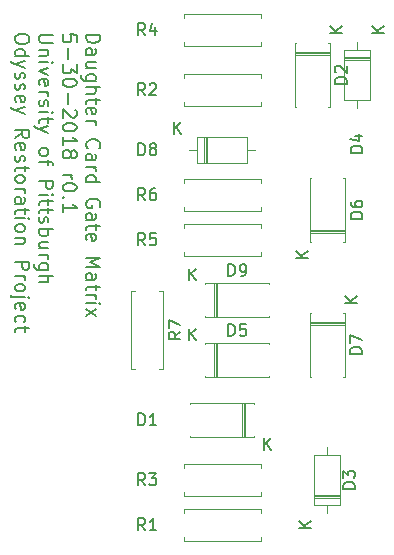
<source format=gto>
G04 #@! TF.GenerationSoftware,KiCad,Pcbnew,(2017-12-21 revision 23d71cfa9)-makepkg*
G04 #@! TF.CreationDate,2018-06-03T17:48:38-04:00*
G04 #@! TF.ProjectId,OdysseyDaughterCardGateMatrix,4F647973736579446175676874657243,0.1*
G04 #@! TF.SameCoordinates,Original*
G04 #@! TF.FileFunction,Legend,Top*
G04 #@! TF.FilePolarity,Positive*
%FSLAX46Y46*%
G04 Gerber Fmt 4.6, Leading zero omitted, Abs format (unit mm)*
G04 Created by KiCad (PCBNEW (2017-12-21 revision 23d71cfa9)-makepkg) date 06/03/18 17:48:38*
%MOMM*%
%LPD*%
G01*
G04 APERTURE LIST*
%ADD10C,0.200000*%
%ADD11C,0.120000*%
%ADD12C,0.150000*%
G04 APERTURE END LIST*
D10*
X131997142Y-80425714D02*
X133197142Y-80425714D01*
X133197142Y-80711428D01*
X133140000Y-80882857D01*
X133025714Y-80997142D01*
X132911428Y-81054285D01*
X132682857Y-81111428D01*
X132511428Y-81111428D01*
X132282857Y-81054285D01*
X132168571Y-80997142D01*
X132054285Y-80882857D01*
X131997142Y-80711428D01*
X131997142Y-80425714D01*
X131997142Y-82140000D02*
X132625714Y-82140000D01*
X132740000Y-82082857D01*
X132797142Y-81968571D01*
X132797142Y-81740000D01*
X132740000Y-81625714D01*
X132054285Y-82140000D02*
X131997142Y-82025714D01*
X131997142Y-81740000D01*
X132054285Y-81625714D01*
X132168571Y-81568571D01*
X132282857Y-81568571D01*
X132397142Y-81625714D01*
X132454285Y-81740000D01*
X132454285Y-82025714D01*
X132511428Y-82140000D01*
X132797142Y-83225714D02*
X131997142Y-83225714D01*
X132797142Y-82711428D02*
X132168571Y-82711428D01*
X132054285Y-82768571D01*
X131997142Y-82882857D01*
X131997142Y-83054285D01*
X132054285Y-83168571D01*
X132111428Y-83225714D01*
X132797142Y-84311428D02*
X131825714Y-84311428D01*
X131711428Y-84254285D01*
X131654285Y-84197142D01*
X131597142Y-84082857D01*
X131597142Y-83911428D01*
X131654285Y-83797142D01*
X132054285Y-84311428D02*
X131997142Y-84197142D01*
X131997142Y-83968571D01*
X132054285Y-83854285D01*
X132111428Y-83797142D01*
X132225714Y-83740000D01*
X132568571Y-83740000D01*
X132682857Y-83797142D01*
X132740000Y-83854285D01*
X132797142Y-83968571D01*
X132797142Y-84197142D01*
X132740000Y-84311428D01*
X131997142Y-84882857D02*
X133197142Y-84882857D01*
X131997142Y-85397142D02*
X132625714Y-85397142D01*
X132740000Y-85340000D01*
X132797142Y-85225714D01*
X132797142Y-85054285D01*
X132740000Y-84940000D01*
X132682857Y-84882857D01*
X132797142Y-85797142D02*
X132797142Y-86254285D01*
X133197142Y-85968571D02*
X132168571Y-85968571D01*
X132054285Y-86025714D01*
X131997142Y-86140000D01*
X131997142Y-86254285D01*
X132054285Y-87111428D02*
X131997142Y-86997142D01*
X131997142Y-86768571D01*
X132054285Y-86654285D01*
X132168571Y-86597142D01*
X132625714Y-86597142D01*
X132740000Y-86654285D01*
X132797142Y-86768571D01*
X132797142Y-86997142D01*
X132740000Y-87111428D01*
X132625714Y-87168571D01*
X132511428Y-87168571D01*
X132397142Y-86597142D01*
X131997142Y-87682857D02*
X132797142Y-87682857D01*
X132568571Y-87682857D02*
X132682857Y-87740000D01*
X132740000Y-87797142D01*
X132797142Y-87911428D01*
X132797142Y-88025714D01*
X132111428Y-90025714D02*
X132054285Y-89968571D01*
X131997142Y-89797142D01*
X131997142Y-89682857D01*
X132054285Y-89511428D01*
X132168571Y-89397142D01*
X132282857Y-89340000D01*
X132511428Y-89282857D01*
X132682857Y-89282857D01*
X132911428Y-89340000D01*
X133025714Y-89397142D01*
X133140000Y-89511428D01*
X133197142Y-89682857D01*
X133197142Y-89797142D01*
X133140000Y-89968571D01*
X133082857Y-90025714D01*
X131997142Y-91054285D02*
X132625714Y-91054285D01*
X132740000Y-90997142D01*
X132797142Y-90882857D01*
X132797142Y-90654285D01*
X132740000Y-90540000D01*
X132054285Y-91054285D02*
X131997142Y-90940000D01*
X131997142Y-90654285D01*
X132054285Y-90540000D01*
X132168571Y-90482857D01*
X132282857Y-90482857D01*
X132397142Y-90540000D01*
X132454285Y-90654285D01*
X132454285Y-90940000D01*
X132511428Y-91054285D01*
X131997142Y-91625714D02*
X132797142Y-91625714D01*
X132568571Y-91625714D02*
X132682857Y-91682857D01*
X132740000Y-91740000D01*
X132797142Y-91854285D01*
X132797142Y-91968571D01*
X131997142Y-92882857D02*
X133197142Y-92882857D01*
X132054285Y-92882857D02*
X131997142Y-92768571D01*
X131997142Y-92540000D01*
X132054285Y-92425714D01*
X132111428Y-92368571D01*
X132225714Y-92311428D01*
X132568571Y-92311428D01*
X132682857Y-92368571D01*
X132740000Y-92425714D01*
X132797142Y-92540000D01*
X132797142Y-92768571D01*
X132740000Y-92882857D01*
X133140000Y-94997142D02*
X133197142Y-94882857D01*
X133197142Y-94711428D01*
X133140000Y-94540000D01*
X133025714Y-94425714D01*
X132911428Y-94368571D01*
X132682857Y-94311428D01*
X132511428Y-94311428D01*
X132282857Y-94368571D01*
X132168571Y-94425714D01*
X132054285Y-94540000D01*
X131997142Y-94711428D01*
X131997142Y-94825714D01*
X132054285Y-94997142D01*
X132111428Y-95054285D01*
X132511428Y-95054285D01*
X132511428Y-94825714D01*
X131997142Y-96082857D02*
X132625714Y-96082857D01*
X132740000Y-96025714D01*
X132797142Y-95911428D01*
X132797142Y-95682857D01*
X132740000Y-95568571D01*
X132054285Y-96082857D02*
X131997142Y-95968571D01*
X131997142Y-95682857D01*
X132054285Y-95568571D01*
X132168571Y-95511428D01*
X132282857Y-95511428D01*
X132397142Y-95568571D01*
X132454285Y-95682857D01*
X132454285Y-95968571D01*
X132511428Y-96082857D01*
X132797142Y-96482857D02*
X132797142Y-96940000D01*
X133197142Y-96654285D02*
X132168571Y-96654285D01*
X132054285Y-96711428D01*
X131997142Y-96825714D01*
X131997142Y-96940000D01*
X132054285Y-97797142D02*
X131997142Y-97682857D01*
X131997142Y-97454285D01*
X132054285Y-97340000D01*
X132168571Y-97282857D01*
X132625714Y-97282857D01*
X132740000Y-97340000D01*
X132797142Y-97454285D01*
X132797142Y-97682857D01*
X132740000Y-97797142D01*
X132625714Y-97854285D01*
X132511428Y-97854285D01*
X132397142Y-97282857D01*
X131997142Y-99282857D02*
X133197142Y-99282857D01*
X132340000Y-99682857D01*
X133197142Y-100082857D01*
X131997142Y-100082857D01*
X131997142Y-101168571D02*
X132625714Y-101168571D01*
X132740000Y-101111428D01*
X132797142Y-100997142D01*
X132797142Y-100768571D01*
X132740000Y-100654285D01*
X132054285Y-101168571D02*
X131997142Y-101054285D01*
X131997142Y-100768571D01*
X132054285Y-100654285D01*
X132168571Y-100597142D01*
X132282857Y-100597142D01*
X132397142Y-100654285D01*
X132454285Y-100768571D01*
X132454285Y-101054285D01*
X132511428Y-101168571D01*
X132797142Y-101568571D02*
X132797142Y-102025714D01*
X133197142Y-101740000D02*
X132168571Y-101740000D01*
X132054285Y-101797142D01*
X131997142Y-101911428D01*
X131997142Y-102025714D01*
X131997142Y-102425714D02*
X132797142Y-102425714D01*
X132568571Y-102425714D02*
X132682857Y-102482857D01*
X132740000Y-102540000D01*
X132797142Y-102654285D01*
X132797142Y-102768571D01*
X131997142Y-103168571D02*
X132797142Y-103168571D01*
X133197142Y-103168571D02*
X133140000Y-103111428D01*
X133082857Y-103168571D01*
X133140000Y-103225714D01*
X133197142Y-103168571D01*
X133082857Y-103168571D01*
X131997142Y-103625714D02*
X132797142Y-104254285D01*
X132797142Y-103625714D02*
X131997142Y-104254285D01*
X131197142Y-80997142D02*
X131197142Y-80425714D01*
X130625714Y-80368571D01*
X130682857Y-80425714D01*
X130740000Y-80540000D01*
X130740000Y-80825714D01*
X130682857Y-80940000D01*
X130625714Y-80997142D01*
X130511428Y-81054285D01*
X130225714Y-81054285D01*
X130111428Y-80997142D01*
X130054285Y-80940000D01*
X129997142Y-80825714D01*
X129997142Y-80540000D01*
X130054285Y-80425714D01*
X130111428Y-80368571D01*
X130454285Y-81568571D02*
X130454285Y-82482857D01*
X131197142Y-82940000D02*
X131197142Y-83682857D01*
X130740000Y-83282857D01*
X130740000Y-83454285D01*
X130682857Y-83568571D01*
X130625714Y-83625714D01*
X130511428Y-83682857D01*
X130225714Y-83682857D01*
X130111428Y-83625714D01*
X130054285Y-83568571D01*
X129997142Y-83454285D01*
X129997142Y-83111428D01*
X130054285Y-82997142D01*
X130111428Y-82940000D01*
X131197142Y-84425714D02*
X131197142Y-84540000D01*
X131140000Y-84654285D01*
X131082857Y-84711428D01*
X130968571Y-84768571D01*
X130740000Y-84825714D01*
X130454285Y-84825714D01*
X130225714Y-84768571D01*
X130111428Y-84711428D01*
X130054285Y-84654285D01*
X129997142Y-84540000D01*
X129997142Y-84425714D01*
X130054285Y-84311428D01*
X130111428Y-84254285D01*
X130225714Y-84197142D01*
X130454285Y-84140000D01*
X130740000Y-84140000D01*
X130968571Y-84197142D01*
X131082857Y-84254285D01*
X131140000Y-84311428D01*
X131197142Y-84425714D01*
X130454285Y-85340000D02*
X130454285Y-86254285D01*
X131082857Y-86768571D02*
X131140000Y-86825714D01*
X131197142Y-86940000D01*
X131197142Y-87225714D01*
X131140000Y-87340000D01*
X131082857Y-87397142D01*
X130968571Y-87454285D01*
X130854285Y-87454285D01*
X130682857Y-87397142D01*
X129997142Y-86711428D01*
X129997142Y-87454285D01*
X131197142Y-88197142D02*
X131197142Y-88311428D01*
X131140000Y-88425714D01*
X131082857Y-88482857D01*
X130968571Y-88540000D01*
X130740000Y-88597142D01*
X130454285Y-88597142D01*
X130225714Y-88540000D01*
X130111428Y-88482857D01*
X130054285Y-88425714D01*
X129997142Y-88311428D01*
X129997142Y-88197142D01*
X130054285Y-88082857D01*
X130111428Y-88025714D01*
X130225714Y-87968571D01*
X130454285Y-87911428D01*
X130740000Y-87911428D01*
X130968571Y-87968571D01*
X131082857Y-88025714D01*
X131140000Y-88082857D01*
X131197142Y-88197142D01*
X129997142Y-89740000D02*
X129997142Y-89054285D01*
X129997142Y-89397142D02*
X131197142Y-89397142D01*
X131025714Y-89282857D01*
X130911428Y-89168571D01*
X130854285Y-89054285D01*
X130682857Y-90425714D02*
X130740000Y-90311428D01*
X130797142Y-90254285D01*
X130911428Y-90197142D01*
X130968571Y-90197142D01*
X131082857Y-90254285D01*
X131140000Y-90311428D01*
X131197142Y-90425714D01*
X131197142Y-90654285D01*
X131140000Y-90768571D01*
X131082857Y-90825714D01*
X130968571Y-90882857D01*
X130911428Y-90882857D01*
X130797142Y-90825714D01*
X130740000Y-90768571D01*
X130682857Y-90654285D01*
X130682857Y-90425714D01*
X130625714Y-90311428D01*
X130568571Y-90254285D01*
X130454285Y-90197142D01*
X130225714Y-90197142D01*
X130111428Y-90254285D01*
X130054285Y-90311428D01*
X129997142Y-90425714D01*
X129997142Y-90654285D01*
X130054285Y-90768571D01*
X130111428Y-90825714D01*
X130225714Y-90882857D01*
X130454285Y-90882857D01*
X130568571Y-90825714D01*
X130625714Y-90768571D01*
X130682857Y-90654285D01*
X129997142Y-92311428D02*
X130797142Y-92311428D01*
X130568571Y-92311428D02*
X130682857Y-92368571D01*
X130740000Y-92425714D01*
X130797142Y-92540000D01*
X130797142Y-92654285D01*
X131197142Y-93282857D02*
X131197142Y-93397142D01*
X131140000Y-93511428D01*
X131082857Y-93568571D01*
X130968571Y-93625714D01*
X130740000Y-93682857D01*
X130454285Y-93682857D01*
X130225714Y-93625714D01*
X130111428Y-93568571D01*
X130054285Y-93511428D01*
X129997142Y-93397142D01*
X129997142Y-93282857D01*
X130054285Y-93168571D01*
X130111428Y-93111428D01*
X130225714Y-93054285D01*
X130454285Y-92997142D01*
X130740000Y-92997142D01*
X130968571Y-93054285D01*
X131082857Y-93111428D01*
X131140000Y-93168571D01*
X131197142Y-93282857D01*
X130111428Y-94197142D02*
X130054285Y-94254285D01*
X129997142Y-94197142D01*
X130054285Y-94140000D01*
X130111428Y-94197142D01*
X129997142Y-94197142D01*
X129997142Y-95397142D02*
X129997142Y-94711428D01*
X129997142Y-95054285D02*
X131197142Y-95054285D01*
X131025714Y-94940000D01*
X130911428Y-94825714D01*
X130854285Y-94711428D01*
X129197142Y-80425714D02*
X128225714Y-80425714D01*
X128111428Y-80482857D01*
X128054285Y-80540000D01*
X127997142Y-80654285D01*
X127997142Y-80882857D01*
X128054285Y-80997142D01*
X128111428Y-81054285D01*
X128225714Y-81111428D01*
X129197142Y-81111428D01*
X128797142Y-81682857D02*
X127997142Y-81682857D01*
X128682857Y-81682857D02*
X128740000Y-81740000D01*
X128797142Y-81854285D01*
X128797142Y-82025714D01*
X128740000Y-82140000D01*
X128625714Y-82197142D01*
X127997142Y-82197142D01*
X127997142Y-82768571D02*
X128797142Y-82768571D01*
X129197142Y-82768571D02*
X129140000Y-82711428D01*
X129082857Y-82768571D01*
X129140000Y-82825714D01*
X129197142Y-82768571D01*
X129082857Y-82768571D01*
X128797142Y-83225714D02*
X127997142Y-83511428D01*
X128797142Y-83797142D01*
X128054285Y-84711428D02*
X127997142Y-84597142D01*
X127997142Y-84368571D01*
X128054285Y-84254285D01*
X128168571Y-84197142D01*
X128625714Y-84197142D01*
X128740000Y-84254285D01*
X128797142Y-84368571D01*
X128797142Y-84597142D01*
X128740000Y-84711428D01*
X128625714Y-84768571D01*
X128511428Y-84768571D01*
X128397142Y-84197142D01*
X127997142Y-85282857D02*
X128797142Y-85282857D01*
X128568571Y-85282857D02*
X128682857Y-85340000D01*
X128740000Y-85397142D01*
X128797142Y-85511428D01*
X128797142Y-85625714D01*
X128054285Y-85968571D02*
X127997142Y-86082857D01*
X127997142Y-86311428D01*
X128054285Y-86425714D01*
X128168571Y-86482857D01*
X128225714Y-86482857D01*
X128340000Y-86425714D01*
X128397142Y-86311428D01*
X128397142Y-86140000D01*
X128454285Y-86025714D01*
X128568571Y-85968571D01*
X128625714Y-85968571D01*
X128740000Y-86025714D01*
X128797142Y-86140000D01*
X128797142Y-86311428D01*
X128740000Y-86425714D01*
X127997142Y-86997142D02*
X128797142Y-86997142D01*
X129197142Y-86997142D02*
X129140000Y-86940000D01*
X129082857Y-86997142D01*
X129140000Y-87054285D01*
X129197142Y-86997142D01*
X129082857Y-86997142D01*
X128797142Y-87397142D02*
X128797142Y-87854285D01*
X129197142Y-87568571D02*
X128168571Y-87568571D01*
X128054285Y-87625714D01*
X127997142Y-87740000D01*
X127997142Y-87854285D01*
X128797142Y-88140000D02*
X127997142Y-88425714D01*
X128797142Y-88711428D02*
X127997142Y-88425714D01*
X127711428Y-88311428D01*
X127654285Y-88254285D01*
X127597142Y-88140000D01*
X127997142Y-90254285D02*
X128054285Y-90140000D01*
X128111428Y-90082857D01*
X128225714Y-90025714D01*
X128568571Y-90025714D01*
X128682857Y-90082857D01*
X128740000Y-90140000D01*
X128797142Y-90254285D01*
X128797142Y-90425714D01*
X128740000Y-90540000D01*
X128682857Y-90597142D01*
X128568571Y-90654285D01*
X128225714Y-90654285D01*
X128111428Y-90597142D01*
X128054285Y-90540000D01*
X127997142Y-90425714D01*
X127997142Y-90254285D01*
X128797142Y-90997142D02*
X128797142Y-91454285D01*
X127997142Y-91168571D02*
X129025714Y-91168571D01*
X129140000Y-91225714D01*
X129197142Y-91340000D01*
X129197142Y-91454285D01*
X127997142Y-92768571D02*
X129197142Y-92768571D01*
X129197142Y-93225714D01*
X129140000Y-93340000D01*
X129082857Y-93397142D01*
X128968571Y-93454285D01*
X128797142Y-93454285D01*
X128682857Y-93397142D01*
X128625714Y-93340000D01*
X128568571Y-93225714D01*
X128568571Y-92768571D01*
X127997142Y-93968571D02*
X128797142Y-93968571D01*
X129197142Y-93968571D02*
X129140000Y-93911428D01*
X129082857Y-93968571D01*
X129140000Y-94025714D01*
X129197142Y-93968571D01*
X129082857Y-93968571D01*
X128797142Y-94368571D02*
X128797142Y-94825714D01*
X129197142Y-94540000D02*
X128168571Y-94540000D01*
X128054285Y-94597142D01*
X127997142Y-94711428D01*
X127997142Y-94825714D01*
X128797142Y-95054285D02*
X128797142Y-95511428D01*
X129197142Y-95225714D02*
X128168571Y-95225714D01*
X128054285Y-95282857D01*
X127997142Y-95397142D01*
X127997142Y-95511428D01*
X128054285Y-95854285D02*
X127997142Y-95968571D01*
X127997142Y-96197142D01*
X128054285Y-96311428D01*
X128168571Y-96368571D01*
X128225714Y-96368571D01*
X128340000Y-96311428D01*
X128397142Y-96197142D01*
X128397142Y-96025714D01*
X128454285Y-95911428D01*
X128568571Y-95854285D01*
X128625714Y-95854285D01*
X128740000Y-95911428D01*
X128797142Y-96025714D01*
X128797142Y-96197142D01*
X128740000Y-96311428D01*
X127997142Y-96882857D02*
X129197142Y-96882857D01*
X128740000Y-96882857D02*
X128797142Y-96997142D01*
X128797142Y-97225714D01*
X128740000Y-97340000D01*
X128682857Y-97397142D01*
X128568571Y-97454285D01*
X128225714Y-97454285D01*
X128111428Y-97397142D01*
X128054285Y-97340000D01*
X127997142Y-97225714D01*
X127997142Y-96997142D01*
X128054285Y-96882857D01*
X128797142Y-98482857D02*
X127997142Y-98482857D01*
X128797142Y-97968571D02*
X128168571Y-97968571D01*
X128054285Y-98025714D01*
X127997142Y-98140000D01*
X127997142Y-98311428D01*
X128054285Y-98425714D01*
X128111428Y-98482857D01*
X127997142Y-99054285D02*
X128797142Y-99054285D01*
X128568571Y-99054285D02*
X128682857Y-99111428D01*
X128740000Y-99168571D01*
X128797142Y-99282857D01*
X128797142Y-99397142D01*
X128797142Y-100311428D02*
X127825714Y-100311428D01*
X127711428Y-100254285D01*
X127654285Y-100197142D01*
X127597142Y-100082857D01*
X127597142Y-99911428D01*
X127654285Y-99797142D01*
X128054285Y-100311428D02*
X127997142Y-100197142D01*
X127997142Y-99968571D01*
X128054285Y-99854285D01*
X128111428Y-99797142D01*
X128225714Y-99740000D01*
X128568571Y-99740000D01*
X128682857Y-99797142D01*
X128740000Y-99854285D01*
X128797142Y-99968571D01*
X128797142Y-100197142D01*
X128740000Y-100311428D01*
X127997142Y-100882857D02*
X129197142Y-100882857D01*
X127997142Y-101397142D02*
X128625714Y-101397142D01*
X128740000Y-101340000D01*
X128797142Y-101225714D01*
X128797142Y-101054285D01*
X128740000Y-100940000D01*
X128682857Y-100882857D01*
X127197142Y-80654285D02*
X127197142Y-80882857D01*
X127140000Y-80997142D01*
X127025714Y-81111428D01*
X126797142Y-81168571D01*
X126397142Y-81168571D01*
X126168571Y-81111428D01*
X126054285Y-80997142D01*
X125997142Y-80882857D01*
X125997142Y-80654285D01*
X126054285Y-80540000D01*
X126168571Y-80425714D01*
X126397142Y-80368571D01*
X126797142Y-80368571D01*
X127025714Y-80425714D01*
X127140000Y-80540000D01*
X127197142Y-80654285D01*
X125997142Y-82197142D02*
X127197142Y-82197142D01*
X126054285Y-82197142D02*
X125997142Y-82082857D01*
X125997142Y-81854285D01*
X126054285Y-81740000D01*
X126111428Y-81682857D01*
X126225714Y-81625714D01*
X126568571Y-81625714D01*
X126682857Y-81682857D01*
X126740000Y-81740000D01*
X126797142Y-81854285D01*
X126797142Y-82082857D01*
X126740000Y-82197142D01*
X126797142Y-82654285D02*
X125997142Y-82940000D01*
X126797142Y-83225714D02*
X125997142Y-82940000D01*
X125711428Y-82825714D01*
X125654285Y-82768571D01*
X125597142Y-82654285D01*
X126054285Y-83625714D02*
X125997142Y-83740000D01*
X125997142Y-83968571D01*
X126054285Y-84082857D01*
X126168571Y-84140000D01*
X126225714Y-84140000D01*
X126340000Y-84082857D01*
X126397142Y-83968571D01*
X126397142Y-83797142D01*
X126454285Y-83682857D01*
X126568571Y-83625714D01*
X126625714Y-83625714D01*
X126740000Y-83682857D01*
X126797142Y-83797142D01*
X126797142Y-83968571D01*
X126740000Y-84082857D01*
X126054285Y-84597142D02*
X125997142Y-84711428D01*
X125997142Y-84940000D01*
X126054285Y-85054285D01*
X126168571Y-85111428D01*
X126225714Y-85111428D01*
X126340000Y-85054285D01*
X126397142Y-84940000D01*
X126397142Y-84768571D01*
X126454285Y-84654285D01*
X126568571Y-84597142D01*
X126625714Y-84597142D01*
X126740000Y-84654285D01*
X126797142Y-84768571D01*
X126797142Y-84940000D01*
X126740000Y-85054285D01*
X126054285Y-86082857D02*
X125997142Y-85968571D01*
X125997142Y-85740000D01*
X126054285Y-85625714D01*
X126168571Y-85568571D01*
X126625714Y-85568571D01*
X126740000Y-85625714D01*
X126797142Y-85740000D01*
X126797142Y-85968571D01*
X126740000Y-86082857D01*
X126625714Y-86140000D01*
X126511428Y-86140000D01*
X126397142Y-85568571D01*
X126797142Y-86540000D02*
X125997142Y-86825714D01*
X126797142Y-87111428D02*
X125997142Y-86825714D01*
X125711428Y-86711428D01*
X125654285Y-86654285D01*
X125597142Y-86540000D01*
X125997142Y-89168571D02*
X126568571Y-88768571D01*
X125997142Y-88482857D02*
X127197142Y-88482857D01*
X127197142Y-88940000D01*
X127140000Y-89054285D01*
X127082857Y-89111428D01*
X126968571Y-89168571D01*
X126797142Y-89168571D01*
X126682857Y-89111428D01*
X126625714Y-89054285D01*
X126568571Y-88940000D01*
X126568571Y-88482857D01*
X126054285Y-90140000D02*
X125997142Y-90025714D01*
X125997142Y-89797142D01*
X126054285Y-89682857D01*
X126168571Y-89625714D01*
X126625714Y-89625714D01*
X126740000Y-89682857D01*
X126797142Y-89797142D01*
X126797142Y-90025714D01*
X126740000Y-90140000D01*
X126625714Y-90197142D01*
X126511428Y-90197142D01*
X126397142Y-89625714D01*
X126054285Y-90654285D02*
X125997142Y-90768571D01*
X125997142Y-90997142D01*
X126054285Y-91111428D01*
X126168571Y-91168571D01*
X126225714Y-91168571D01*
X126340000Y-91111428D01*
X126397142Y-90997142D01*
X126397142Y-90825714D01*
X126454285Y-90711428D01*
X126568571Y-90654285D01*
X126625714Y-90654285D01*
X126740000Y-90711428D01*
X126797142Y-90825714D01*
X126797142Y-90997142D01*
X126740000Y-91111428D01*
X126797142Y-91511428D02*
X126797142Y-91968571D01*
X127197142Y-91682857D02*
X126168571Y-91682857D01*
X126054285Y-91740000D01*
X125997142Y-91854285D01*
X125997142Y-91968571D01*
X125997142Y-92540000D02*
X126054285Y-92425714D01*
X126111428Y-92368571D01*
X126225714Y-92311428D01*
X126568571Y-92311428D01*
X126682857Y-92368571D01*
X126740000Y-92425714D01*
X126797142Y-92540000D01*
X126797142Y-92711428D01*
X126740000Y-92825714D01*
X126682857Y-92882857D01*
X126568571Y-92940000D01*
X126225714Y-92940000D01*
X126111428Y-92882857D01*
X126054285Y-92825714D01*
X125997142Y-92711428D01*
X125997142Y-92540000D01*
X125997142Y-93454285D02*
X126797142Y-93454285D01*
X126568571Y-93454285D02*
X126682857Y-93511428D01*
X126740000Y-93568571D01*
X126797142Y-93682857D01*
X126797142Y-93797142D01*
X125997142Y-94711428D02*
X126625714Y-94711428D01*
X126740000Y-94654285D01*
X126797142Y-94540000D01*
X126797142Y-94311428D01*
X126740000Y-94197142D01*
X126054285Y-94711428D02*
X125997142Y-94597142D01*
X125997142Y-94311428D01*
X126054285Y-94197142D01*
X126168571Y-94140000D01*
X126282857Y-94140000D01*
X126397142Y-94197142D01*
X126454285Y-94311428D01*
X126454285Y-94597142D01*
X126511428Y-94711428D01*
X126797142Y-95111428D02*
X126797142Y-95568571D01*
X127197142Y-95282857D02*
X126168571Y-95282857D01*
X126054285Y-95340000D01*
X125997142Y-95454285D01*
X125997142Y-95568571D01*
X125997142Y-95968571D02*
X126797142Y-95968571D01*
X127197142Y-95968571D02*
X127140000Y-95911428D01*
X127082857Y-95968571D01*
X127140000Y-96025714D01*
X127197142Y-95968571D01*
X127082857Y-95968571D01*
X125997142Y-96711428D02*
X126054285Y-96597142D01*
X126111428Y-96540000D01*
X126225714Y-96482857D01*
X126568571Y-96482857D01*
X126682857Y-96540000D01*
X126740000Y-96597142D01*
X126797142Y-96711428D01*
X126797142Y-96882857D01*
X126740000Y-96997142D01*
X126682857Y-97054285D01*
X126568571Y-97111428D01*
X126225714Y-97111428D01*
X126111428Y-97054285D01*
X126054285Y-96997142D01*
X125997142Y-96882857D01*
X125997142Y-96711428D01*
X126797142Y-97625714D02*
X125997142Y-97625714D01*
X126682857Y-97625714D02*
X126740000Y-97682857D01*
X126797142Y-97797142D01*
X126797142Y-97968571D01*
X126740000Y-98082857D01*
X126625714Y-98140000D01*
X125997142Y-98140000D01*
X125997142Y-99625714D02*
X127197142Y-99625714D01*
X127197142Y-100082857D01*
X127140000Y-100197142D01*
X127082857Y-100254285D01*
X126968571Y-100311428D01*
X126797142Y-100311428D01*
X126682857Y-100254285D01*
X126625714Y-100197142D01*
X126568571Y-100082857D01*
X126568571Y-99625714D01*
X125997142Y-100825714D02*
X126797142Y-100825714D01*
X126568571Y-100825714D02*
X126682857Y-100882857D01*
X126740000Y-100940000D01*
X126797142Y-101054285D01*
X126797142Y-101168571D01*
X125997142Y-101740000D02*
X126054285Y-101625714D01*
X126111428Y-101568571D01*
X126225714Y-101511428D01*
X126568571Y-101511428D01*
X126682857Y-101568571D01*
X126740000Y-101625714D01*
X126797142Y-101740000D01*
X126797142Y-101911428D01*
X126740000Y-102025714D01*
X126682857Y-102082857D01*
X126568571Y-102140000D01*
X126225714Y-102140000D01*
X126111428Y-102082857D01*
X126054285Y-102025714D01*
X125997142Y-101911428D01*
X125997142Y-101740000D01*
X126797142Y-102654285D02*
X125768571Y-102654285D01*
X125654285Y-102597142D01*
X125597142Y-102482857D01*
X125597142Y-102425714D01*
X127197142Y-102654285D02*
X127140000Y-102597142D01*
X127082857Y-102654285D01*
X127140000Y-102711428D01*
X127197142Y-102654285D01*
X127082857Y-102654285D01*
X126054285Y-103682857D02*
X125997142Y-103568571D01*
X125997142Y-103340000D01*
X126054285Y-103225714D01*
X126168571Y-103168571D01*
X126625714Y-103168571D01*
X126740000Y-103225714D01*
X126797142Y-103340000D01*
X126797142Y-103568571D01*
X126740000Y-103682857D01*
X126625714Y-103740000D01*
X126511428Y-103740000D01*
X126397142Y-103168571D01*
X126054285Y-104768571D02*
X125997142Y-104654285D01*
X125997142Y-104425714D01*
X126054285Y-104311428D01*
X126111428Y-104254285D01*
X126225714Y-104197142D01*
X126568571Y-104197142D01*
X126682857Y-104254285D01*
X126740000Y-104311428D01*
X126797142Y-104425714D01*
X126797142Y-104654285D01*
X126740000Y-104768571D01*
X126797142Y-105111428D02*
X126797142Y-105568571D01*
X127197142Y-105282857D02*
X126168571Y-105282857D01*
X126054285Y-105340000D01*
X125997142Y-105454285D01*
X125997142Y-105568571D01*
D11*
X146230000Y-114370000D02*
X146230000Y-114500000D01*
X146230000Y-114500000D02*
X140790000Y-114500000D01*
X140790000Y-114500000D02*
X140790000Y-114370000D01*
X146230000Y-111690000D02*
X146230000Y-111560000D01*
X146230000Y-111560000D02*
X140790000Y-111560000D01*
X140790000Y-111560000D02*
X140790000Y-111690000D01*
X145330000Y-114500000D02*
X145330000Y-111560000D01*
X145210000Y-114500000D02*
X145210000Y-111560000D01*
X145450000Y-114500000D02*
X145450000Y-111560000D01*
X152600000Y-81880000D02*
X149660000Y-81880000D01*
X152600000Y-82120000D02*
X149660000Y-82120000D01*
X152600000Y-82000000D02*
X149660000Y-82000000D01*
X149660000Y-86540000D02*
X149790000Y-86540000D01*
X149660000Y-81100000D02*
X149660000Y-86540000D01*
X149790000Y-81100000D02*
X149660000Y-81100000D01*
X152600000Y-86540000D02*
X152470000Y-86540000D01*
X152600000Y-81100000D02*
X152600000Y-86540000D01*
X152470000Y-81100000D02*
X152600000Y-81100000D01*
X151280000Y-120230000D02*
X153520000Y-120230000D01*
X153520000Y-120230000D02*
X153520000Y-115990000D01*
X153520000Y-115990000D02*
X151280000Y-115990000D01*
X151280000Y-115990000D02*
X151280000Y-120230000D01*
X152400000Y-120880000D02*
X152400000Y-120230000D01*
X152400000Y-115340000D02*
X152400000Y-115990000D01*
X151280000Y-119510000D02*
X153520000Y-119510000D01*
X151280000Y-119390000D02*
X153520000Y-119390000D01*
X151280000Y-119630000D02*
X153520000Y-119630000D01*
X156060000Y-82300000D02*
X153820000Y-82300000D01*
X156060000Y-82540000D02*
X153820000Y-82540000D01*
X156060000Y-82420000D02*
X153820000Y-82420000D01*
X154940000Y-86590000D02*
X154940000Y-85940000D01*
X154940000Y-81050000D02*
X154940000Y-81700000D01*
X156060000Y-85940000D02*
X156060000Y-81700000D01*
X153820000Y-85940000D02*
X156060000Y-85940000D01*
X153820000Y-81700000D02*
X153820000Y-85940000D01*
X156060000Y-81700000D02*
X153820000Y-81700000D01*
X142060000Y-106610000D02*
X142060000Y-106480000D01*
X142060000Y-106480000D02*
X147500000Y-106480000D01*
X147500000Y-106480000D02*
X147500000Y-106610000D01*
X142060000Y-109290000D02*
X142060000Y-109420000D01*
X142060000Y-109420000D02*
X147500000Y-109420000D01*
X147500000Y-109420000D02*
X147500000Y-109290000D01*
X142960000Y-106480000D02*
X142960000Y-109420000D01*
X143080000Y-106480000D02*
X143080000Y-109420000D01*
X142840000Y-106480000D02*
X142840000Y-109420000D01*
X151060000Y-97970000D02*
X150930000Y-97970000D01*
X150930000Y-97970000D02*
X150930000Y-92530000D01*
X150930000Y-92530000D02*
X151060000Y-92530000D01*
X153740000Y-97970000D02*
X153870000Y-97970000D01*
X153870000Y-97970000D02*
X153870000Y-92530000D01*
X153870000Y-92530000D02*
X153740000Y-92530000D01*
X150930000Y-97070000D02*
X153870000Y-97070000D01*
X150930000Y-96950000D02*
X153870000Y-96950000D01*
X150930000Y-97190000D02*
X153870000Y-97190000D01*
X153870000Y-104740000D02*
X150930000Y-104740000D01*
X153870000Y-104980000D02*
X150930000Y-104980000D01*
X153870000Y-104860000D02*
X150930000Y-104860000D01*
X150930000Y-109400000D02*
X151060000Y-109400000D01*
X150930000Y-103960000D02*
X150930000Y-109400000D01*
X151060000Y-103960000D02*
X150930000Y-103960000D01*
X153870000Y-109400000D02*
X153740000Y-109400000D01*
X153870000Y-103960000D02*
X153870000Y-109400000D01*
X153740000Y-103960000D02*
X153870000Y-103960000D01*
X141390000Y-89050000D02*
X141390000Y-91290000D01*
X141390000Y-91290000D02*
X145630000Y-91290000D01*
X145630000Y-91290000D02*
X145630000Y-89050000D01*
X145630000Y-89050000D02*
X141390000Y-89050000D01*
X140740000Y-90170000D02*
X141390000Y-90170000D01*
X146280000Y-90170000D02*
X145630000Y-90170000D01*
X142110000Y-89050000D02*
X142110000Y-91290000D01*
X142230000Y-89050000D02*
X142230000Y-91290000D01*
X141990000Y-89050000D02*
X141990000Y-91290000D01*
X142840000Y-101400000D02*
X142840000Y-104340000D01*
X143080000Y-101400000D02*
X143080000Y-104340000D01*
X142960000Y-101400000D02*
X142960000Y-104340000D01*
X147500000Y-104340000D02*
X147500000Y-104210000D01*
X142060000Y-104340000D02*
X147500000Y-104340000D01*
X142060000Y-104210000D02*
X142060000Y-104340000D01*
X147500000Y-101400000D02*
X147500000Y-101530000D01*
X142060000Y-101400000D02*
X147500000Y-101400000D01*
X142060000Y-101530000D02*
X142060000Y-101400000D01*
X140240000Y-120550000D02*
X140240000Y-120880000D01*
X146780000Y-120550000D02*
X140240000Y-120550000D01*
X146780000Y-120880000D02*
X146780000Y-120550000D01*
X140240000Y-123290000D02*
X140240000Y-122960000D01*
X146780000Y-123290000D02*
X140240000Y-123290000D01*
X146780000Y-122960000D02*
X146780000Y-123290000D01*
X146780000Y-86130000D02*
X146780000Y-86460000D01*
X146780000Y-86460000D02*
X140240000Y-86460000D01*
X140240000Y-86460000D02*
X140240000Y-86130000D01*
X146780000Y-84050000D02*
X146780000Y-83720000D01*
X146780000Y-83720000D02*
X140240000Y-83720000D01*
X140240000Y-83720000D02*
X140240000Y-84050000D01*
X140240000Y-116740000D02*
X140240000Y-117070000D01*
X146780000Y-116740000D02*
X140240000Y-116740000D01*
X146780000Y-117070000D02*
X146780000Y-116740000D01*
X140240000Y-119480000D02*
X140240000Y-119150000D01*
X146780000Y-119480000D02*
X140240000Y-119480000D01*
X146780000Y-119150000D02*
X146780000Y-119480000D01*
X140240000Y-78640000D02*
X140240000Y-78970000D01*
X146780000Y-78640000D02*
X140240000Y-78640000D01*
X146780000Y-78970000D02*
X146780000Y-78640000D01*
X140240000Y-81380000D02*
X140240000Y-81050000D01*
X146780000Y-81380000D02*
X140240000Y-81380000D01*
X146780000Y-81050000D02*
X146780000Y-81380000D01*
X140240000Y-96750000D02*
X140240000Y-96420000D01*
X140240000Y-96420000D02*
X146780000Y-96420000D01*
X146780000Y-96420000D02*
X146780000Y-96750000D01*
X140240000Y-98830000D02*
X140240000Y-99160000D01*
X140240000Y-99160000D02*
X146780000Y-99160000D01*
X146780000Y-99160000D02*
X146780000Y-98830000D01*
X146780000Y-95020000D02*
X146780000Y-95350000D01*
X146780000Y-95350000D02*
X140240000Y-95350000D01*
X140240000Y-95350000D02*
X140240000Y-95020000D01*
X146780000Y-92940000D02*
X146780000Y-92610000D01*
X146780000Y-92610000D02*
X140240000Y-92610000D01*
X140240000Y-92610000D02*
X140240000Y-92940000D01*
X135790000Y-108680000D02*
X136120000Y-108680000D01*
X135790000Y-102140000D02*
X135790000Y-108680000D01*
X136120000Y-102140000D02*
X135790000Y-102140000D01*
X138530000Y-108680000D02*
X138200000Y-108680000D01*
X138530000Y-102140000D02*
X138530000Y-108680000D01*
X138200000Y-102140000D02*
X138530000Y-102140000D01*
D12*
X136421904Y-113482380D02*
X136421904Y-112482380D01*
X136660000Y-112482380D01*
X136802857Y-112530000D01*
X136898095Y-112625238D01*
X136945714Y-112720476D01*
X136993333Y-112910952D01*
X136993333Y-113053809D01*
X136945714Y-113244285D01*
X136898095Y-113339523D01*
X136802857Y-113434761D01*
X136660000Y-113482380D01*
X136421904Y-113482380D01*
X137945714Y-113482380D02*
X137374285Y-113482380D01*
X137660000Y-113482380D02*
X137660000Y-112482380D01*
X137564761Y-112625238D01*
X137469523Y-112720476D01*
X137374285Y-112768095D01*
X147058095Y-115582380D02*
X147058095Y-114582380D01*
X147629523Y-115582380D02*
X147200952Y-115010952D01*
X147629523Y-114582380D02*
X147058095Y-115153809D01*
X154052380Y-84558095D02*
X153052380Y-84558095D01*
X153052380Y-84320000D01*
X153100000Y-84177142D01*
X153195238Y-84081904D01*
X153290476Y-84034285D01*
X153480952Y-83986666D01*
X153623809Y-83986666D01*
X153814285Y-84034285D01*
X153909523Y-84081904D01*
X154004761Y-84177142D01*
X154052380Y-84320000D01*
X154052380Y-84558095D01*
X153147619Y-83605714D02*
X153100000Y-83558095D01*
X153052380Y-83462857D01*
X153052380Y-83224761D01*
X153100000Y-83129523D01*
X153147619Y-83081904D01*
X153242857Y-83034285D01*
X153338095Y-83034285D01*
X153480952Y-83081904D01*
X154052380Y-83653333D01*
X154052380Y-83034285D01*
X153682380Y-80271904D02*
X152682380Y-80271904D01*
X153682380Y-79700476D02*
X153110952Y-80129047D01*
X152682380Y-79700476D02*
X153253809Y-80271904D01*
X154757380Y-118848095D02*
X153757380Y-118848095D01*
X153757380Y-118610000D01*
X153805000Y-118467142D01*
X153900238Y-118371904D01*
X153995476Y-118324285D01*
X154185952Y-118276666D01*
X154328809Y-118276666D01*
X154519285Y-118324285D01*
X154614523Y-118371904D01*
X154709761Y-118467142D01*
X154757380Y-118610000D01*
X154757380Y-118848095D01*
X153757380Y-117943333D02*
X153757380Y-117324285D01*
X154138333Y-117657619D01*
X154138333Y-117514761D01*
X154185952Y-117419523D01*
X154233571Y-117371904D01*
X154328809Y-117324285D01*
X154566904Y-117324285D01*
X154662142Y-117371904D01*
X154709761Y-117419523D01*
X154757380Y-117514761D01*
X154757380Y-117800476D01*
X154709761Y-117895714D01*
X154662142Y-117943333D01*
X151052380Y-122181904D02*
X150052380Y-122181904D01*
X151052380Y-121610476D02*
X150480952Y-122039047D01*
X150052380Y-121610476D02*
X150623809Y-122181904D01*
X155392380Y-90400095D02*
X154392380Y-90400095D01*
X154392380Y-90162000D01*
X154440000Y-90019142D01*
X154535238Y-89923904D01*
X154630476Y-89876285D01*
X154820952Y-89828666D01*
X154963809Y-89828666D01*
X155154285Y-89876285D01*
X155249523Y-89923904D01*
X155344761Y-90019142D01*
X155392380Y-90162000D01*
X155392380Y-90400095D01*
X154725714Y-88971523D02*
X155392380Y-88971523D01*
X154344761Y-89209619D02*
X155059047Y-89447714D01*
X155059047Y-88828666D01*
X157192380Y-80271904D02*
X156192380Y-80271904D01*
X157192380Y-79700476D02*
X156620952Y-80129047D01*
X156192380Y-79700476D02*
X156763809Y-80271904D01*
X144041904Y-105932380D02*
X144041904Y-104932380D01*
X144280000Y-104932380D01*
X144422857Y-104980000D01*
X144518095Y-105075238D01*
X144565714Y-105170476D01*
X144613333Y-105360952D01*
X144613333Y-105503809D01*
X144565714Y-105694285D01*
X144518095Y-105789523D01*
X144422857Y-105884761D01*
X144280000Y-105932380D01*
X144041904Y-105932380D01*
X145518095Y-104932380D02*
X145041904Y-104932380D01*
X144994285Y-105408571D01*
X145041904Y-105360952D01*
X145137142Y-105313333D01*
X145375238Y-105313333D01*
X145470476Y-105360952D01*
X145518095Y-105408571D01*
X145565714Y-105503809D01*
X145565714Y-105741904D01*
X145518095Y-105837142D01*
X145470476Y-105884761D01*
X145375238Y-105932380D01*
X145137142Y-105932380D01*
X145041904Y-105884761D01*
X144994285Y-105837142D01*
X140708095Y-106302380D02*
X140708095Y-105302380D01*
X141279523Y-106302380D02*
X140850952Y-105730952D01*
X141279523Y-105302380D02*
X140708095Y-105873809D01*
X155392380Y-95988095D02*
X154392380Y-95988095D01*
X154392380Y-95750000D01*
X154440000Y-95607142D01*
X154535238Y-95511904D01*
X154630476Y-95464285D01*
X154820952Y-95416666D01*
X154963809Y-95416666D01*
X155154285Y-95464285D01*
X155249523Y-95511904D01*
X155344761Y-95607142D01*
X155392380Y-95750000D01*
X155392380Y-95988095D01*
X154392380Y-94559523D02*
X154392380Y-94750000D01*
X154440000Y-94845238D01*
X154487619Y-94892857D01*
X154630476Y-94988095D01*
X154820952Y-95035714D01*
X155201904Y-95035714D01*
X155297142Y-94988095D01*
X155344761Y-94940476D01*
X155392380Y-94845238D01*
X155392380Y-94654761D01*
X155344761Y-94559523D01*
X155297142Y-94511904D01*
X155201904Y-94464285D01*
X154963809Y-94464285D01*
X154868571Y-94511904D01*
X154820952Y-94559523D01*
X154773333Y-94654761D01*
X154773333Y-94845238D01*
X154820952Y-94940476D01*
X154868571Y-94988095D01*
X154963809Y-95035714D01*
X150752380Y-99321904D02*
X149752380Y-99321904D01*
X150752380Y-98750476D02*
X150180952Y-99179047D01*
X149752380Y-98750476D02*
X150323809Y-99321904D01*
X155322380Y-107418095D02*
X154322380Y-107418095D01*
X154322380Y-107180000D01*
X154370000Y-107037142D01*
X154465238Y-106941904D01*
X154560476Y-106894285D01*
X154750952Y-106846666D01*
X154893809Y-106846666D01*
X155084285Y-106894285D01*
X155179523Y-106941904D01*
X155274761Y-107037142D01*
X155322380Y-107180000D01*
X155322380Y-107418095D01*
X154322380Y-106513333D02*
X154322380Y-105846666D01*
X155322380Y-106275238D01*
X154952380Y-103131904D02*
X153952380Y-103131904D01*
X154952380Y-102560476D02*
X154380952Y-102989047D01*
X153952380Y-102560476D02*
X154523809Y-103131904D01*
X136421904Y-90622380D02*
X136421904Y-89622380D01*
X136660000Y-89622380D01*
X136802857Y-89670000D01*
X136898095Y-89765238D01*
X136945714Y-89860476D01*
X136993333Y-90050952D01*
X136993333Y-90193809D01*
X136945714Y-90384285D01*
X136898095Y-90479523D01*
X136802857Y-90574761D01*
X136660000Y-90622380D01*
X136421904Y-90622380D01*
X137564761Y-90050952D02*
X137469523Y-90003333D01*
X137421904Y-89955714D01*
X137374285Y-89860476D01*
X137374285Y-89812857D01*
X137421904Y-89717619D01*
X137469523Y-89670000D01*
X137564761Y-89622380D01*
X137755238Y-89622380D01*
X137850476Y-89670000D01*
X137898095Y-89717619D01*
X137945714Y-89812857D01*
X137945714Y-89860476D01*
X137898095Y-89955714D01*
X137850476Y-90003333D01*
X137755238Y-90050952D01*
X137564761Y-90050952D01*
X137469523Y-90098571D01*
X137421904Y-90146190D01*
X137374285Y-90241428D01*
X137374285Y-90431904D01*
X137421904Y-90527142D01*
X137469523Y-90574761D01*
X137564761Y-90622380D01*
X137755238Y-90622380D01*
X137850476Y-90574761D01*
X137898095Y-90527142D01*
X137945714Y-90431904D01*
X137945714Y-90241428D01*
X137898095Y-90146190D01*
X137850476Y-90098571D01*
X137755238Y-90050952D01*
X139438095Y-88822380D02*
X139438095Y-87822380D01*
X140009523Y-88822380D02*
X139580952Y-88250952D01*
X140009523Y-87822380D02*
X139438095Y-88393809D01*
X144041904Y-100852380D02*
X144041904Y-99852380D01*
X144280000Y-99852380D01*
X144422857Y-99900000D01*
X144518095Y-99995238D01*
X144565714Y-100090476D01*
X144613333Y-100280952D01*
X144613333Y-100423809D01*
X144565714Y-100614285D01*
X144518095Y-100709523D01*
X144422857Y-100804761D01*
X144280000Y-100852380D01*
X144041904Y-100852380D01*
X145089523Y-100852380D02*
X145280000Y-100852380D01*
X145375238Y-100804761D01*
X145422857Y-100757142D01*
X145518095Y-100614285D01*
X145565714Y-100423809D01*
X145565714Y-100042857D01*
X145518095Y-99947619D01*
X145470476Y-99900000D01*
X145375238Y-99852380D01*
X145184761Y-99852380D01*
X145089523Y-99900000D01*
X145041904Y-99947619D01*
X144994285Y-100042857D01*
X144994285Y-100280952D01*
X145041904Y-100376190D01*
X145089523Y-100423809D01*
X145184761Y-100471428D01*
X145375238Y-100471428D01*
X145470476Y-100423809D01*
X145518095Y-100376190D01*
X145565714Y-100280952D01*
X140708095Y-101222380D02*
X140708095Y-100222380D01*
X141279523Y-101222380D02*
X140850952Y-100650952D01*
X141279523Y-100222380D02*
X140708095Y-100793809D01*
X136993333Y-122372380D02*
X136660000Y-121896190D01*
X136421904Y-122372380D02*
X136421904Y-121372380D01*
X136802857Y-121372380D01*
X136898095Y-121420000D01*
X136945714Y-121467619D01*
X136993333Y-121562857D01*
X136993333Y-121705714D01*
X136945714Y-121800952D01*
X136898095Y-121848571D01*
X136802857Y-121896190D01*
X136421904Y-121896190D01*
X137945714Y-122372380D02*
X137374285Y-122372380D01*
X137660000Y-122372380D02*
X137660000Y-121372380D01*
X137564761Y-121515238D01*
X137469523Y-121610476D01*
X137374285Y-121658095D01*
X136993333Y-85542380D02*
X136660000Y-85066190D01*
X136421904Y-85542380D02*
X136421904Y-84542380D01*
X136802857Y-84542380D01*
X136898095Y-84590000D01*
X136945714Y-84637619D01*
X136993333Y-84732857D01*
X136993333Y-84875714D01*
X136945714Y-84970952D01*
X136898095Y-85018571D01*
X136802857Y-85066190D01*
X136421904Y-85066190D01*
X137374285Y-84637619D02*
X137421904Y-84590000D01*
X137517142Y-84542380D01*
X137755238Y-84542380D01*
X137850476Y-84590000D01*
X137898095Y-84637619D01*
X137945714Y-84732857D01*
X137945714Y-84828095D01*
X137898095Y-84970952D01*
X137326666Y-85542380D01*
X137945714Y-85542380D01*
X136993333Y-118562380D02*
X136660000Y-118086190D01*
X136421904Y-118562380D02*
X136421904Y-117562380D01*
X136802857Y-117562380D01*
X136898095Y-117610000D01*
X136945714Y-117657619D01*
X136993333Y-117752857D01*
X136993333Y-117895714D01*
X136945714Y-117990952D01*
X136898095Y-118038571D01*
X136802857Y-118086190D01*
X136421904Y-118086190D01*
X137326666Y-117562380D02*
X137945714Y-117562380D01*
X137612380Y-117943333D01*
X137755238Y-117943333D01*
X137850476Y-117990952D01*
X137898095Y-118038571D01*
X137945714Y-118133809D01*
X137945714Y-118371904D01*
X137898095Y-118467142D01*
X137850476Y-118514761D01*
X137755238Y-118562380D01*
X137469523Y-118562380D01*
X137374285Y-118514761D01*
X137326666Y-118467142D01*
X136993333Y-80462380D02*
X136660000Y-79986190D01*
X136421904Y-80462380D02*
X136421904Y-79462380D01*
X136802857Y-79462380D01*
X136898095Y-79510000D01*
X136945714Y-79557619D01*
X136993333Y-79652857D01*
X136993333Y-79795714D01*
X136945714Y-79890952D01*
X136898095Y-79938571D01*
X136802857Y-79986190D01*
X136421904Y-79986190D01*
X137850476Y-79795714D02*
X137850476Y-80462380D01*
X137612380Y-79414761D02*
X137374285Y-80129047D01*
X137993333Y-80129047D01*
X136993333Y-98242380D02*
X136660000Y-97766190D01*
X136421904Y-98242380D02*
X136421904Y-97242380D01*
X136802857Y-97242380D01*
X136898095Y-97290000D01*
X136945714Y-97337619D01*
X136993333Y-97432857D01*
X136993333Y-97575714D01*
X136945714Y-97670952D01*
X136898095Y-97718571D01*
X136802857Y-97766190D01*
X136421904Y-97766190D01*
X137898095Y-97242380D02*
X137421904Y-97242380D01*
X137374285Y-97718571D01*
X137421904Y-97670952D01*
X137517142Y-97623333D01*
X137755238Y-97623333D01*
X137850476Y-97670952D01*
X137898095Y-97718571D01*
X137945714Y-97813809D01*
X137945714Y-98051904D01*
X137898095Y-98147142D01*
X137850476Y-98194761D01*
X137755238Y-98242380D01*
X137517142Y-98242380D01*
X137421904Y-98194761D01*
X137374285Y-98147142D01*
X136993333Y-94432380D02*
X136660000Y-93956190D01*
X136421904Y-94432380D02*
X136421904Y-93432380D01*
X136802857Y-93432380D01*
X136898095Y-93480000D01*
X136945714Y-93527619D01*
X136993333Y-93622857D01*
X136993333Y-93765714D01*
X136945714Y-93860952D01*
X136898095Y-93908571D01*
X136802857Y-93956190D01*
X136421904Y-93956190D01*
X137850476Y-93432380D02*
X137660000Y-93432380D01*
X137564761Y-93480000D01*
X137517142Y-93527619D01*
X137421904Y-93670476D01*
X137374285Y-93860952D01*
X137374285Y-94241904D01*
X137421904Y-94337142D01*
X137469523Y-94384761D01*
X137564761Y-94432380D01*
X137755238Y-94432380D01*
X137850476Y-94384761D01*
X137898095Y-94337142D01*
X137945714Y-94241904D01*
X137945714Y-94003809D01*
X137898095Y-93908571D01*
X137850476Y-93860952D01*
X137755238Y-93813333D01*
X137564761Y-93813333D01*
X137469523Y-93860952D01*
X137421904Y-93908571D01*
X137374285Y-94003809D01*
X139982380Y-105576666D02*
X139506190Y-105910000D01*
X139982380Y-106148095D02*
X138982380Y-106148095D01*
X138982380Y-105767142D01*
X139030000Y-105671904D01*
X139077619Y-105624285D01*
X139172857Y-105576666D01*
X139315714Y-105576666D01*
X139410952Y-105624285D01*
X139458571Y-105671904D01*
X139506190Y-105767142D01*
X139506190Y-106148095D01*
X138982380Y-105243333D02*
X138982380Y-104576666D01*
X139982380Y-105005238D01*
M02*

</source>
